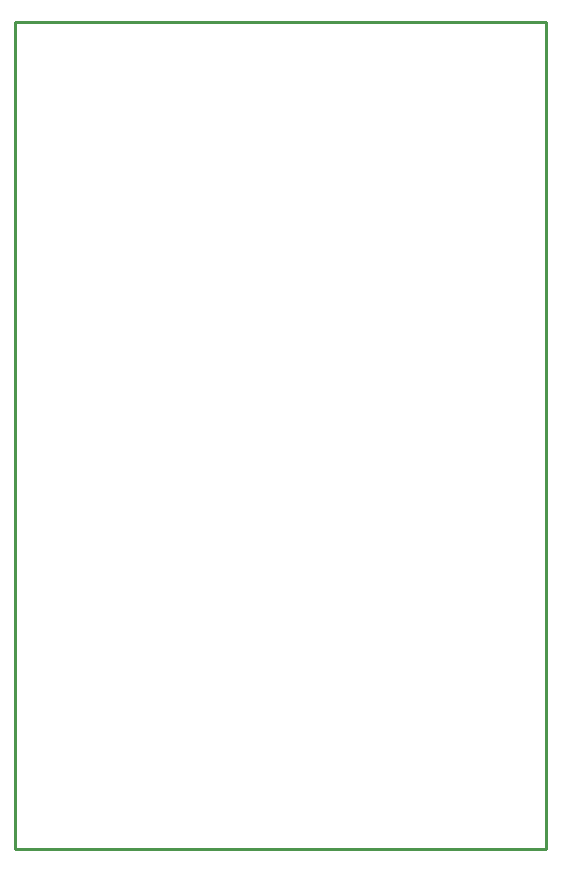
<source format=gm1>
G04 Layer_Color=16711935*
%FSLAX44Y44*%
%MOMM*%
G71*
G01*
G75*
%ADD56C,0.2540*%
D56*
X0Y-50000D02*
X450000D01*
Y650000D01*
X0D02*
X450000D01*
X0Y-50000D02*
Y650000D01*
M02*

</source>
